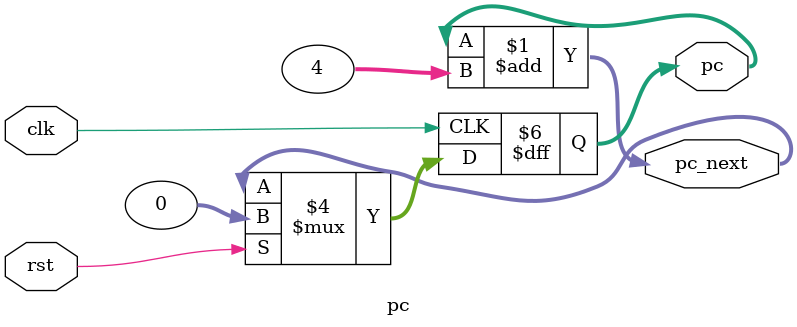
<source format=sv>
module pc(
	input logic clk,rst,
	output logic [31:0]pc_next,pc
	);
	
	assign pc_next = pc + 4;
	
	always_ff@(posedge clk)
	begin 
		if (rst) pc <= 0;
		else pc <= pc_next;
	end
endmodule	
</source>
